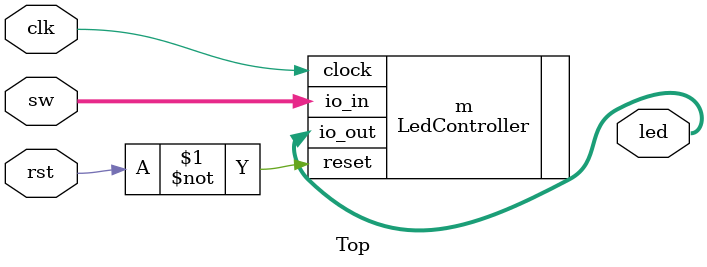
<source format=v>
module Top(
	input        clk,
  input        rst,
  input  [1:0] sw,
  output [7:0] led
);
	LedController m(
		.clock(clk),
		.reset(~rst),
		.io_in(sw),
		.io_out(led)
	);
endmodule


</source>
